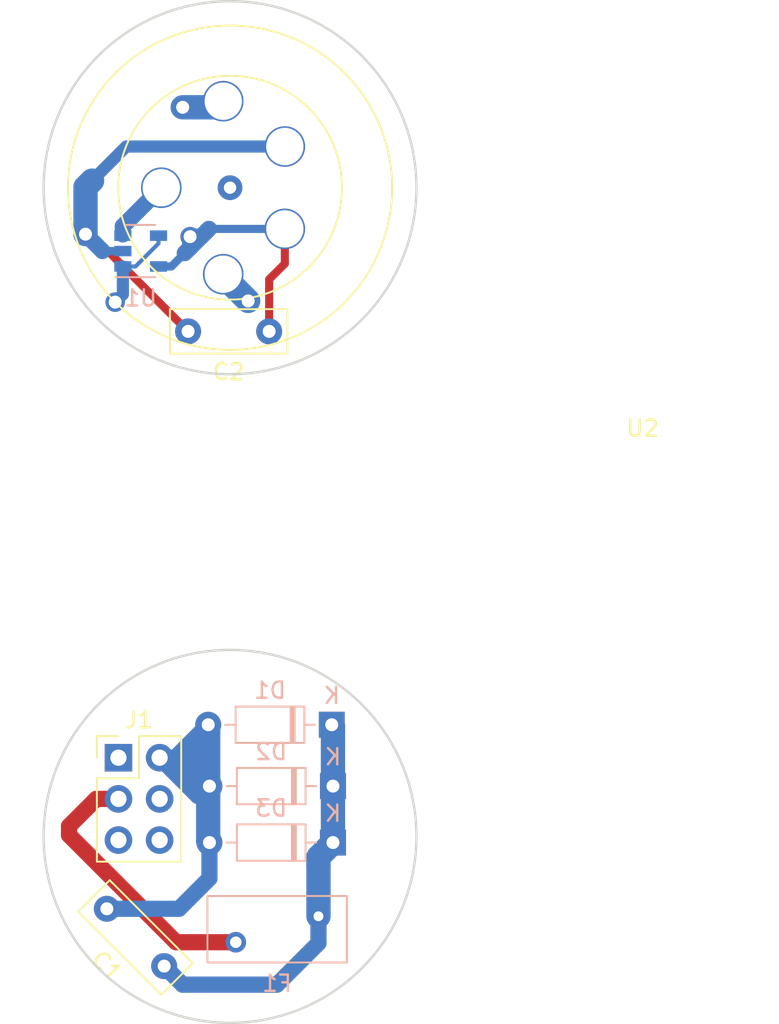
<source format=kicad_pcb>
(kicad_pcb (version 20171130) (host pcbnew "(5.1.10)-1")

  (general
    (thickness 1.6)
    (drawings 2)
    (tracks 69)
    (zones 0)
    (modules 9)
    (nets 8)
  )

  (page A4)
  (layers
    (0 F.Cu signal)
    (31 B.Cu signal)
    (32 B.Adhes user)
    (33 F.Adhes user)
    (34 B.Paste user)
    (35 F.Paste user)
    (36 B.SilkS user)
    (37 F.SilkS user)
    (38 B.Mask user)
    (39 F.Mask user)
    (40 Dwgs.User user)
    (41 Cmts.User user)
    (42 Eco1.User user)
    (43 Eco2.User user)
    (44 Edge.Cuts user)
    (45 Margin user)
    (46 B.CrtYd user)
    (47 F.CrtYd user)
    (48 B.Fab user)
    (49 F.Fab user)
  )

  (setup
    (last_trace_width 1.5)
    (user_trace_width 0.5)
    (user_trace_width 0.75)
    (user_trace_width 1)
    (user_trace_width 1.5)
    (trace_clearance 0.2)
    (zone_clearance 0.508)
    (zone_45_only no)
    (trace_min 0.2)
    (via_size 0.8)
    (via_drill 0.4)
    (via_min_size 0.4)
    (via_min_drill 0.3)
    (user_via 1.2 0.8)
    (uvia_size 0.3)
    (uvia_drill 0.1)
    (uvias_allowed no)
    (uvia_min_size 0.2)
    (uvia_min_drill 0.1)
    (edge_width 0.05)
    (segment_width 0.2)
    (pcb_text_width 0.3)
    (pcb_text_size 1.5 1.5)
    (mod_edge_width 0.12)
    (mod_text_size 1 1)
    (mod_text_width 0.15)
    (pad_size 2.5 2.5)
    (pad_drill 2.3)
    (pad_to_mask_clearance 0)
    (aux_axis_origin 0 0)
    (visible_elements 7FFFFFFF)
    (pcbplotparams
      (layerselection 0x010fc_ffffffff)
      (usegerberextensions false)
      (usegerberattributes true)
      (usegerberadvancedattributes true)
      (creategerberjobfile true)
      (excludeedgelayer true)
      (linewidth 0.100000)
      (plotframeref false)
      (viasonmask false)
      (mode 1)
      (useauxorigin false)
      (hpglpennumber 1)
      (hpglpenspeed 20)
      (hpglpendiameter 15.000000)
      (psnegative false)
      (psa4output false)
      (plotreference true)
      (plotvalue true)
      (plotinvisibletext false)
      (padsonsilk false)
      (subtractmaskfromsilk false)
      (outputformat 1)
      (mirror false)
      (drillshape 1)
      (scaleselection 1)
      (outputdirectory ""))
  )

  (net 0 "")
  (net 1 "Net-(C1-Pad1)")
  (net 2 "Net-(C1-Pad2)")
  (net 3 "Net-(U1-Pad3)")
  (net 4 "Net-(F1-Pad1)")
  (net 5 "Net-(J1-Pad1)")
  (net 6 "Net-(J1-Pad6)")
  (net 7 "Net-(J1-Pad5)")

  (net_class Default "This is the default net class."
    (clearance 0.2)
    (trace_width 0.25)
    (via_dia 0.8)
    (via_drill 0.4)
    (uvia_dia 0.3)
    (uvia_drill 0.1)
    (add_net "Net-(C1-Pad1)")
    (add_net "Net-(C1-Pad2)")
    (add_net "Net-(F1-Pad1)")
    (add_net "Net-(J1-Pad1)")
    (add_net "Net-(J1-Pad5)")
    (add_net "Net-(J1-Pad6)")
    (add_net "Net-(U1-Pad3)")
  )

  (module Diode_THT:D_DO-35_SOD27_P7.62mm_Horizontal (layer B.Cu) (tedit 5AE50CD5) (tstamp 60EEF588)
    (at 106.2736 93.1164 180)
    (descr "Diode, DO-35_SOD27 series, Axial, Horizontal, pin pitch=7.62mm, , length*diameter=4*2mm^2, , http://www.diodes.com/_files/packages/DO-35.pdf")
    (tags "Diode DO-35_SOD27 series Axial Horizontal pin pitch 7.62mm  length 4mm diameter 2mm")
    (path /60EEA7F2)
    (fp_text reference D1 (at 3.81 2.12) (layer B.SilkS)
      (effects (font (size 1 1) (thickness 0.15)) (justify mirror))
    )
    (fp_text value D_Zener_Small (at 3.81 -2.12) (layer B.Fab)
      (effects (font (size 1 1) (thickness 0.15)) (justify mirror))
    )
    (fp_line (start 1.81 1) (end 1.81 -1) (layer B.Fab) (width 0.1))
    (fp_line (start 1.81 -1) (end 5.81 -1) (layer B.Fab) (width 0.1))
    (fp_line (start 5.81 -1) (end 5.81 1) (layer B.Fab) (width 0.1))
    (fp_line (start 5.81 1) (end 1.81 1) (layer B.Fab) (width 0.1))
    (fp_line (start 0 0) (end 1.81 0) (layer B.Fab) (width 0.1))
    (fp_line (start 7.62 0) (end 5.81 0) (layer B.Fab) (width 0.1))
    (fp_line (start 2.41 1) (end 2.41 -1) (layer B.Fab) (width 0.1))
    (fp_line (start 2.51 1) (end 2.51 -1) (layer B.Fab) (width 0.1))
    (fp_line (start 2.31 1) (end 2.31 -1) (layer B.Fab) (width 0.1))
    (fp_line (start 1.69 1.12) (end 1.69 -1.12) (layer B.SilkS) (width 0.12))
    (fp_line (start 1.69 -1.12) (end 5.93 -1.12) (layer B.SilkS) (width 0.12))
    (fp_line (start 5.93 -1.12) (end 5.93 1.12) (layer B.SilkS) (width 0.12))
    (fp_line (start 5.93 1.12) (end 1.69 1.12) (layer B.SilkS) (width 0.12))
    (fp_line (start 1.04 0) (end 1.69 0) (layer B.SilkS) (width 0.12))
    (fp_line (start 6.58 0) (end 5.93 0) (layer B.SilkS) (width 0.12))
    (fp_line (start 2.41 1.12) (end 2.41 -1.12) (layer B.SilkS) (width 0.12))
    (fp_line (start 2.53 1.12) (end 2.53 -1.12) (layer B.SilkS) (width 0.12))
    (fp_line (start 2.29 1.12) (end 2.29 -1.12) (layer B.SilkS) (width 0.12))
    (fp_line (start -1.05 1.25) (end -1.05 -1.25) (layer B.CrtYd) (width 0.05))
    (fp_line (start -1.05 -1.25) (end 8.67 -1.25) (layer B.CrtYd) (width 0.05))
    (fp_line (start 8.67 -1.25) (end 8.67 1.25) (layer B.CrtYd) (width 0.05))
    (fp_line (start 8.67 1.25) (end -1.05 1.25) (layer B.CrtYd) (width 0.05))
    (fp_text user %R (at 4.11 0) (layer B.Fab)
      (effects (font (size 0.8 0.8) (thickness 0.12)) (justify mirror))
    )
    (fp_text user K (at 0 1.8) (layer B.Fab)
      (effects (font (size 1 1) (thickness 0.15)) (justify mirror))
    )
    (fp_text user K (at 0 1.8) (layer B.SilkS)
      (effects (font (size 1 1) (thickness 0.15)) (justify mirror))
    )
    (pad 1 thru_hole rect (at 0 0 180) (size 1.6 1.6) (drill 0.8) (layers *.Cu *.Mask)
      (net 1 "Net-(C1-Pad1)"))
    (pad 2 thru_hole oval (at 7.62 0 180) (size 1.6 1.6) (drill 0.8) (layers *.Cu *.Mask)
      (net 2 "Net-(C1-Pad2)"))
    (model ${KISYS3DMOD}/Diode_THT.3dshapes/D_DO-35_SOD27_P7.62mm_Horizontal.wrl
      (at (xyz 0 0 0))
      (scale (xyz 1 1 1))
      (rotate (xyz 0 0 0))
    )
  )

  (module Diode_THT:D_DO-35_SOD27_P7.62mm_Horizontal (layer B.Cu) (tedit 5AE50CD5) (tstamp 60EEF5A7)
    (at 106.3498 96.901 180)
    (descr "Diode, DO-35_SOD27 series, Axial, Horizontal, pin pitch=7.62mm, , length*diameter=4*2mm^2, , http://www.diodes.com/_files/packages/DO-35.pdf")
    (tags "Diode DO-35_SOD27 series Axial Horizontal pin pitch 7.62mm  length 4mm diameter 2mm")
    (path /60EEBBC1)
    (fp_text reference D2 (at 3.81 2.12) (layer B.SilkS)
      (effects (font (size 1 1) (thickness 0.15)) (justify mirror))
    )
    (fp_text value D_Zener_Small (at 3.81 -2.12) (layer B.Fab)
      (effects (font (size 1 1) (thickness 0.15)) (justify mirror))
    )
    (fp_line (start 8.67 1.25) (end -1.05 1.25) (layer B.CrtYd) (width 0.05))
    (fp_line (start 8.67 -1.25) (end 8.67 1.25) (layer B.CrtYd) (width 0.05))
    (fp_line (start -1.05 -1.25) (end 8.67 -1.25) (layer B.CrtYd) (width 0.05))
    (fp_line (start -1.05 1.25) (end -1.05 -1.25) (layer B.CrtYd) (width 0.05))
    (fp_line (start 2.29 1.12) (end 2.29 -1.12) (layer B.SilkS) (width 0.12))
    (fp_line (start 2.53 1.12) (end 2.53 -1.12) (layer B.SilkS) (width 0.12))
    (fp_line (start 2.41 1.12) (end 2.41 -1.12) (layer B.SilkS) (width 0.12))
    (fp_line (start 6.58 0) (end 5.93 0) (layer B.SilkS) (width 0.12))
    (fp_line (start 1.04 0) (end 1.69 0) (layer B.SilkS) (width 0.12))
    (fp_line (start 5.93 1.12) (end 1.69 1.12) (layer B.SilkS) (width 0.12))
    (fp_line (start 5.93 -1.12) (end 5.93 1.12) (layer B.SilkS) (width 0.12))
    (fp_line (start 1.69 -1.12) (end 5.93 -1.12) (layer B.SilkS) (width 0.12))
    (fp_line (start 1.69 1.12) (end 1.69 -1.12) (layer B.SilkS) (width 0.12))
    (fp_line (start 2.31 1) (end 2.31 -1) (layer B.Fab) (width 0.1))
    (fp_line (start 2.51 1) (end 2.51 -1) (layer B.Fab) (width 0.1))
    (fp_line (start 2.41 1) (end 2.41 -1) (layer B.Fab) (width 0.1))
    (fp_line (start 7.62 0) (end 5.81 0) (layer B.Fab) (width 0.1))
    (fp_line (start 0 0) (end 1.81 0) (layer B.Fab) (width 0.1))
    (fp_line (start 5.81 1) (end 1.81 1) (layer B.Fab) (width 0.1))
    (fp_line (start 5.81 -1) (end 5.81 1) (layer B.Fab) (width 0.1))
    (fp_line (start 1.81 -1) (end 5.81 -1) (layer B.Fab) (width 0.1))
    (fp_line (start 1.81 1) (end 1.81 -1) (layer B.Fab) (width 0.1))
    (fp_text user K (at 0 1.8) (layer B.SilkS)
      (effects (font (size 1 1) (thickness 0.15)) (justify mirror))
    )
    (fp_text user K (at 0 1.8) (layer B.Fab)
      (effects (font (size 1 1) (thickness 0.15)) (justify mirror))
    )
    (fp_text user %R (at 4.11 0) (layer B.Fab)
      (effects (font (size 0.8 0.8) (thickness 0.12)) (justify mirror))
    )
    (pad 2 thru_hole oval (at 7.62 0 180) (size 1.6 1.6) (drill 0.8) (layers *.Cu *.Mask)
      (net 2 "Net-(C1-Pad2)"))
    (pad 1 thru_hole rect (at 0 0 180) (size 1.6 1.6) (drill 0.8) (layers *.Cu *.Mask)
      (net 1 "Net-(C1-Pad1)"))
    (model ${KISYS3DMOD}/Diode_THT.3dshapes/D_DO-35_SOD27_P7.62mm_Horizontal.wrl
      (at (xyz 0 0 0))
      (scale (xyz 1 1 1))
      (rotate (xyz 0 0 0))
    )
  )

  (module Diode_THT:D_DO-35_SOD27_P7.62mm_Horizontal (layer B.Cu) (tedit 5AE50CD5) (tstamp 60EEF5C6)
    (at 106.3498 100.3808 180)
    (descr "Diode, DO-35_SOD27 series, Axial, Horizontal, pin pitch=7.62mm, , length*diameter=4*2mm^2, , http://www.diodes.com/_files/packages/DO-35.pdf")
    (tags "Diode DO-35_SOD27 series Axial Horizontal pin pitch 7.62mm  length 4mm diameter 2mm")
    (path /60EEBEA2)
    (fp_text reference D3 (at 3.81 2.12) (layer B.SilkS)
      (effects (font (size 1 1) (thickness 0.15)) (justify mirror))
    )
    (fp_text value D_Zener_Small (at 3.81 -2.12) (layer B.Fab)
      (effects (font (size 1 1) (thickness 0.15)) (justify mirror))
    )
    (fp_line (start 1.81 1) (end 1.81 -1) (layer B.Fab) (width 0.1))
    (fp_line (start 1.81 -1) (end 5.81 -1) (layer B.Fab) (width 0.1))
    (fp_line (start 5.81 -1) (end 5.81 1) (layer B.Fab) (width 0.1))
    (fp_line (start 5.81 1) (end 1.81 1) (layer B.Fab) (width 0.1))
    (fp_line (start 0 0) (end 1.81 0) (layer B.Fab) (width 0.1))
    (fp_line (start 7.62 0) (end 5.81 0) (layer B.Fab) (width 0.1))
    (fp_line (start 2.41 1) (end 2.41 -1) (layer B.Fab) (width 0.1))
    (fp_line (start 2.51 1) (end 2.51 -1) (layer B.Fab) (width 0.1))
    (fp_line (start 2.31 1) (end 2.31 -1) (layer B.Fab) (width 0.1))
    (fp_line (start 1.69 1.12) (end 1.69 -1.12) (layer B.SilkS) (width 0.12))
    (fp_line (start 1.69 -1.12) (end 5.93 -1.12) (layer B.SilkS) (width 0.12))
    (fp_line (start 5.93 -1.12) (end 5.93 1.12) (layer B.SilkS) (width 0.12))
    (fp_line (start 5.93 1.12) (end 1.69 1.12) (layer B.SilkS) (width 0.12))
    (fp_line (start 1.04 0) (end 1.69 0) (layer B.SilkS) (width 0.12))
    (fp_line (start 6.58 0) (end 5.93 0) (layer B.SilkS) (width 0.12))
    (fp_line (start 2.41 1.12) (end 2.41 -1.12) (layer B.SilkS) (width 0.12))
    (fp_line (start 2.53 1.12) (end 2.53 -1.12) (layer B.SilkS) (width 0.12))
    (fp_line (start 2.29 1.12) (end 2.29 -1.12) (layer B.SilkS) (width 0.12))
    (fp_line (start -1.05 1.25) (end -1.05 -1.25) (layer B.CrtYd) (width 0.05))
    (fp_line (start -1.05 -1.25) (end 8.67 -1.25) (layer B.CrtYd) (width 0.05))
    (fp_line (start 8.67 -1.25) (end 8.67 1.25) (layer B.CrtYd) (width 0.05))
    (fp_line (start 8.67 1.25) (end -1.05 1.25) (layer B.CrtYd) (width 0.05))
    (fp_text user %R (at 4.11 0) (layer B.Fab)
      (effects (font (size 0.8 0.8) (thickness 0.12)) (justify mirror))
    )
    (fp_text user K (at 0 1.8) (layer B.Fab)
      (effects (font (size 1 1) (thickness 0.15)) (justify mirror))
    )
    (fp_text user K (at 0 1.8) (layer B.SilkS)
      (effects (font (size 1 1) (thickness 0.15)) (justify mirror))
    )
    (pad 1 thru_hole rect (at 0 0 180) (size 1.6 1.6) (drill 0.8) (layers *.Cu *.Mask)
      (net 1 "Net-(C1-Pad1)"))
    (pad 2 thru_hole oval (at 7.62 0 180) (size 1.6 1.6) (drill 0.8) (layers *.Cu *.Mask)
      (net 2 "Net-(C1-Pad2)"))
    (model ${KISYS3DMOD}/Diode_THT.3dshapes/D_DO-35_SOD27_P7.62mm_Horizontal.wrl
      (at (xyz 0 0 0))
      (scale (xyz 1 1 1))
      (rotate (xyz 0 0 0))
    )
  )

  (module Package_TO_SOT_SMD:SOT-23-5 (layer B.Cu) (tedit 5A02FF57) (tstamp 60EEF5DB)
    (at 94.488 63.9064)
    (descr "5-pin SOT23 package")
    (tags SOT-23-5)
    (path /60EEEAF7)
    (attr smd)
    (fp_text reference U1 (at 0 2.9 180) (layer B.SilkS)
      (effects (font (size 1 1) (thickness 0.15)) (justify mirror))
    )
    (fp_text value OP179GRT (at 0 -2.9 180) (layer B.Fab)
      (effects (font (size 1 1) (thickness 0.15)) (justify mirror))
    )
    (fp_line (start -0.9 -1.61) (end 0.9 -1.61) (layer B.SilkS) (width 0.12))
    (fp_line (start 0.9 1.61) (end -1.55 1.61) (layer B.SilkS) (width 0.12))
    (fp_line (start -1.9 1.8) (end 1.9 1.8) (layer B.CrtYd) (width 0.05))
    (fp_line (start 1.9 1.8) (end 1.9 -1.8) (layer B.CrtYd) (width 0.05))
    (fp_line (start 1.9 -1.8) (end -1.9 -1.8) (layer B.CrtYd) (width 0.05))
    (fp_line (start -1.9 -1.8) (end -1.9 1.8) (layer B.CrtYd) (width 0.05))
    (fp_line (start -0.9 0.9) (end -0.25 1.55) (layer B.Fab) (width 0.1))
    (fp_line (start 0.9 1.55) (end -0.25 1.55) (layer B.Fab) (width 0.1))
    (fp_line (start -0.9 0.9) (end -0.9 -1.55) (layer B.Fab) (width 0.1))
    (fp_line (start 0.9 -1.55) (end -0.9 -1.55) (layer B.Fab) (width 0.1))
    (fp_line (start 0.9 1.55) (end 0.9 -1.55) (layer B.Fab) (width 0.1))
    (fp_text user %R (at 0.1016 0.0254 270) (layer F.Fab)
      (effects (font (size 0.5 0.5) (thickness 0.075)))
    )
    (pad 1 smd rect (at -1.1 0.95) (size 1.06 0.65) (layers B.Cu B.Paste B.Mask)
      (net 5 "Net-(J1-Pad1)"))
    (pad 2 smd rect (at -1.1 0) (size 1.06 0.65) (layers B.Cu B.Paste B.Mask)
      (net 1 "Net-(C1-Pad1)"))
    (pad 3 smd rect (at -1.1 -0.95) (size 1.06 0.65) (layers B.Cu B.Paste B.Mask)
      (net 3 "Net-(U1-Pad3)"))
    (pad 4 smd rect (at 1.1 -0.95) (size 1.06 0.65) (layers B.Cu B.Paste B.Mask)
      (net 5 "Net-(J1-Pad1)"))
    (pad 5 smd rect (at 1.1 0.95) (size 1.06 0.65) (layers B.Cu B.Paste B.Mask)
      (net 2 "Net-(C1-Pad2)"))
    (model ${KISYS3DMOD}/Package_TO_SOT_SMD.3dshapes/SOT-23-5.wrl
      (at (xyz 0 0 0))
      (scale (xyz 1 1 1))
      (rotate (xyz 0 0 0))
    )
  )

  (module beia:ch4_sgx (layer F.Cu) (tedit 60EE9CE7) (tstamp 60EF0047)
    (at 100 60)
    (path /60EE9116)
    (fp_text reference U2 (at 25.4508 14.8336) (layer F.SilkS)
      (effects (font (size 1 1) (thickness 0.15)))
    )
    (fp_text value SGX-INIR-CH4-sensor (at 24.9936 18.3388) (layer F.Fab)
      (effects (font (size 1 1) (thickness 0.15)))
    )
    (fp_circle (center 0 0) (end 6.9 0) (layer F.SilkS) (width 0.12))
    (fp_circle (center 0 0) (end 10 0) (layer F.SilkS) (width 0.12))
    (pad 2 thru_hole circle (at 3.38 -2.54) (size 2.5 2.5) (drill 2.3) (layers *.Cu *.Mask)
      (net 1 "Net-(C1-Pad1)"))
    (pad 4 thru_hole circle (at -0.42 5.335) (size 2.5 2.5) (drill 2.3) (layers *.Cu *.Mask)
      (net 6 "Net-(J1-Pad6)"))
    (pad 3 thru_hole circle (at 3.38 2.54) (size 2.5 2.5) (drill 2.3) (layers *.Cu *.Mask)
      (net 2 "Net-(C1-Pad2)"))
    (pad 5 thru_hole circle (at -4.24 0) (size 2.5 2.5) (drill 2.3) (layers *.Cu *.Mask)
      (net 3 "Net-(U1-Pad3)"))
    (pad P1 thru_hole circle (at 0 0) (size 1.524 1.524) (drill 0.762) (layers *.Cu *.Mask))
    (pad 1 thru_hole circle (at -0.42 -5.335) (size 2.5 2.5) (drill 2.3) (layers *.Cu *.Mask)
      (net 7 "Net-(J1-Pad5)"))
  )

  (module Fuse:Fuse_BelFuse_0ZRE0012FF_L8.3mm_W3.8mm (layer B.Cu) (tedit 60EE98BA) (tstamp 60EF0783)
    (at 100.3554 106.5276)
    (descr "Fuse 0ZRE0012FF, BelFuse, Radial Leaded PTC,https://www.belfuse.com/resources/datasheets/circuitprotection/ds-cp-0zre-series.pdf")
    (tags "0ZRE BelFuse radial PTC")
    (path /60EEA240)
    (fp_text reference F1 (at 2.54 2.54) (layer B.SilkS)
      (effects (font (size 1 1) (thickness 0.15)) (justify mirror))
    )
    (fp_text value Fuse (at 2.6 -5.4) (layer B.Fab)
      (effects (font (size 1 1) (thickness 0.15)) (justify mirror))
    )
    (fp_line (start -1.75 -2.85) (end 6.85 -2.85) (layer B.SilkS) (width 0.12))
    (fp_line (start 6.85 1.25) (end 6.85 -2.85) (layer B.SilkS) (width 0.12))
    (fp_line (start -1.75 1.25) (end -1.75 -2.85) (layer B.SilkS) (width 0.12))
    (fp_line (start -1.75 1.25) (end 6.85 1.25) (layer B.SilkS) (width 0.12))
    (fp_line (start -1.85 -2.95) (end 6.95 -2.95) (layer B.CrtYd) (width 0.05))
    (fp_line (start 6.95 1.35) (end 6.95 -2.95) (layer B.CrtYd) (width 0.05))
    (fp_line (start -1.85 1.35) (end -1.85 -2.95) (layer B.CrtYd) (width 0.05))
    (fp_line (start -1.85 1.35) (end 6.95 1.35) (layer B.CrtYd) (width 0.05))
    (fp_line (start -1.6 1.1) (end 6.7 1.1) (layer B.Fab) (width 0.1))
    (fp_line (start -1.6 -2.7) (end 6.7 -2.7) (layer B.Fab) (width 0.1))
    (fp_line (start -1.6 1.1) (end -1.6 -2.7) (layer B.Fab) (width 0.1))
    (fp_line (start 6.7 1.1) (end 6.7 -2.7) (layer B.Fab) (width 0.1))
    (fp_text user %R (at 3.81 0) (layer B.Fab)
      (effects (font (size 1 1) (thickness 0.15)) (justify mirror))
    )
    (pad 2 thru_hole circle (at 5.1 -1.6) (size 1.27 1.27) (drill 0.61) (layers *.Cu *.Mask)
      (net 1 "Net-(C1-Pad1)"))
    (pad 1 thru_hole circle (at 0 0) (size 1.27 1.27) (drill 0.71) (layers *.Cu *.Mask)
      (net 4 "Net-(F1-Pad1)"))
    (model ${KISYS3DMOD}/Fuse.3dshapes/Fuse_BelFuse_0ZRE_0ZRE0012FF_L8.3mm_W3.8mm.wrl
      (at (xyz 0 0 0))
      (scale (xyz 1 1 1))
      (rotate (xyz 0 0 0))
    )
  )

  (module Capacitor_THT:C_Disc_D7.0mm_W2.5mm_P5.00mm (layer F.Cu) (tedit 5AE50EF0) (tstamp 60F570B9)
    (at 95.9358 108.0008 135)
    (descr "C, Disc series, Radial, pin pitch=5.00mm, , diameter*width=7*2.5mm^2, Capacitor, http://cdn-reichelt.de/documents/datenblatt/B300/DS_KERKO_TC.pdf")
    (tags "C Disc series Radial pin pitch 5.00mm  diameter 7mm width 2.5mm Capacitor")
    (path /60F51983)
    (fp_text reference C1 (at 2.5 -2.5 135) (layer F.SilkS)
      (effects (font (size 1 1) (thickness 0.15)))
    )
    (fp_text value 10n (at 2.5 2.5 135) (layer F.Fab)
      (effects (font (size 1 1) (thickness 0.15)))
    )
    (fp_line (start 6.25 -1.5) (end -1.25 -1.5) (layer F.CrtYd) (width 0.05))
    (fp_line (start 6.25 1.5) (end 6.25 -1.5) (layer F.CrtYd) (width 0.05))
    (fp_line (start -1.25 1.5) (end 6.25 1.5) (layer F.CrtYd) (width 0.05))
    (fp_line (start -1.25 -1.5) (end -1.25 1.5) (layer F.CrtYd) (width 0.05))
    (fp_line (start 6.12 -1.37) (end 6.12 1.37) (layer F.SilkS) (width 0.12))
    (fp_line (start -1.12 -1.37) (end -1.12 1.37) (layer F.SilkS) (width 0.12))
    (fp_line (start -1.12 1.37) (end 6.12 1.37) (layer F.SilkS) (width 0.12))
    (fp_line (start -1.12 -1.37) (end 6.12 -1.37) (layer F.SilkS) (width 0.12))
    (fp_line (start 6 -1.25) (end -1 -1.25) (layer F.Fab) (width 0.1))
    (fp_line (start 6 1.25) (end 6 -1.25) (layer F.Fab) (width 0.1))
    (fp_line (start -1 1.25) (end 6 1.25) (layer F.Fab) (width 0.1))
    (fp_line (start -1 -1.25) (end -1 1.25) (layer F.Fab) (width 0.1))
    (fp_text user %R (at 2.5 0 135) (layer F.Fab)
      (effects (font (size 1 1) (thickness 0.15)))
    )
    (pad 1 thru_hole circle (at 0 0 135) (size 1.6 1.6) (drill 0.8) (layers *.Cu *.Mask)
      (net 1 "Net-(C1-Pad1)"))
    (pad 2 thru_hole circle (at 5 0 135) (size 1.6 1.6) (drill 0.8) (layers *.Cu *.Mask)
      (net 2 "Net-(C1-Pad2)"))
    (model ${KISYS3DMOD}/Capacitor_THT.3dshapes/C_Disc_D7.0mm_W2.5mm_P5.00mm.wrl
      (at (xyz 0 0 0))
      (scale (xyz 1 1 1))
      (rotate (xyz 0 0 0))
    )
  )

  (module Capacitor_THT:C_Disc_D7.0mm_W2.5mm_P5.00mm (layer F.Cu) (tedit 5AE50EF0) (tstamp 60F56F61)
    (at 102.4128 68.8594 180)
    (descr "C, Disc series, Radial, pin pitch=5.00mm, , diameter*width=7*2.5mm^2, Capacitor, http://cdn-reichelt.de/documents/datenblatt/B300/DS_KERKO_TC.pdf")
    (tags "C Disc series Radial pin pitch 5.00mm  diameter 7mm width 2.5mm Capacitor")
    (path /60EF4511)
    (fp_text reference C2 (at 2.5 -2.5) (layer F.SilkS)
      (effects (font (size 1 1) (thickness 0.15)))
    )
    (fp_text value 10n (at 2.5 2.5) (layer F.Fab)
      (effects (font (size 1 1) (thickness 0.15)))
    )
    (fp_line (start 6.25 -1.5) (end -1.25 -1.5) (layer F.CrtYd) (width 0.05))
    (fp_line (start 6.25 1.5) (end 6.25 -1.5) (layer F.CrtYd) (width 0.05))
    (fp_line (start -1.25 1.5) (end 6.25 1.5) (layer F.CrtYd) (width 0.05))
    (fp_line (start -1.25 -1.5) (end -1.25 1.5) (layer F.CrtYd) (width 0.05))
    (fp_line (start 6.12 -1.37) (end 6.12 1.37) (layer F.SilkS) (width 0.12))
    (fp_line (start -1.12 -1.37) (end -1.12 1.37) (layer F.SilkS) (width 0.12))
    (fp_line (start -1.12 1.37) (end 6.12 1.37) (layer F.SilkS) (width 0.12))
    (fp_line (start -1.12 -1.37) (end 6.12 -1.37) (layer F.SilkS) (width 0.12))
    (fp_line (start 6 -1.25) (end -1 -1.25) (layer F.Fab) (width 0.1))
    (fp_line (start 6 1.25) (end 6 -1.25) (layer F.Fab) (width 0.1))
    (fp_line (start -1 1.25) (end 6 1.25) (layer F.Fab) (width 0.1))
    (fp_line (start -1 -1.25) (end -1 1.25) (layer F.Fab) (width 0.1))
    (fp_text user %R (at 2.5 0) (layer F.Fab)
      (effects (font (size 1 1) (thickness 0.15)))
    )
    (pad 1 thru_hole circle (at 0 0 180) (size 1.6 1.6) (drill 0.8) (layers *.Cu *.Mask)
      (net 2 "Net-(C1-Pad2)"))
    (pad 2 thru_hole circle (at 5 0 180) (size 1.6 1.6) (drill 0.8) (layers *.Cu *.Mask)
      (net 1 "Net-(C1-Pad1)"))
    (model ${KISYS3DMOD}/Capacitor_THT.3dshapes/C_Disc_D7.0mm_W2.5mm_P5.00mm.wrl
      (at (xyz 0 0 0))
      (scale (xyz 1 1 1))
      (rotate (xyz 0 0 0))
    )
  )

  (module Connector_PinHeader_2.54mm:PinHeader_2x03_P2.54mm_Vertical (layer F.Cu) (tedit 59FED5CC) (tstamp 60F6980C)
    (at 93.1164 95.1484)
    (descr "Through hole straight pin header, 2x03, 2.54mm pitch, double rows")
    (tags "Through hole pin header THT 2x03 2.54mm double row")
    (path /60F701C7)
    (fp_text reference J1 (at 1.27 -2.33) (layer F.SilkS)
      (effects (font (size 1 1) (thickness 0.15)))
    )
    (fp_text value Conn_02x03_Odd_Even (at 1.27 7.41) (layer F.Fab)
      (effects (font (size 1 1) (thickness 0.15)))
    )
    (fp_line (start 4.35 -1.8) (end -1.8 -1.8) (layer F.CrtYd) (width 0.05))
    (fp_line (start 4.35 6.85) (end 4.35 -1.8) (layer F.CrtYd) (width 0.05))
    (fp_line (start -1.8 6.85) (end 4.35 6.85) (layer F.CrtYd) (width 0.05))
    (fp_line (start -1.8 -1.8) (end -1.8 6.85) (layer F.CrtYd) (width 0.05))
    (fp_line (start -1.33 -1.33) (end 0 -1.33) (layer F.SilkS) (width 0.12))
    (fp_line (start -1.33 0) (end -1.33 -1.33) (layer F.SilkS) (width 0.12))
    (fp_line (start 1.27 -1.33) (end 3.87 -1.33) (layer F.SilkS) (width 0.12))
    (fp_line (start 1.27 1.27) (end 1.27 -1.33) (layer F.SilkS) (width 0.12))
    (fp_line (start -1.33 1.27) (end 1.27 1.27) (layer F.SilkS) (width 0.12))
    (fp_line (start 3.87 -1.33) (end 3.87 6.41) (layer F.SilkS) (width 0.12))
    (fp_line (start -1.33 1.27) (end -1.33 6.41) (layer F.SilkS) (width 0.12))
    (fp_line (start -1.33 6.41) (end 3.87 6.41) (layer F.SilkS) (width 0.12))
    (fp_line (start -1.27 0) (end 0 -1.27) (layer F.Fab) (width 0.1))
    (fp_line (start -1.27 6.35) (end -1.27 0) (layer F.Fab) (width 0.1))
    (fp_line (start 3.81 6.35) (end -1.27 6.35) (layer F.Fab) (width 0.1))
    (fp_line (start 3.81 -1.27) (end 3.81 6.35) (layer F.Fab) (width 0.1))
    (fp_line (start 0 -1.27) (end 3.81 -1.27) (layer F.Fab) (width 0.1))
    (fp_text user %R (at 1.27 2.54 90) (layer F.Fab)
      (effects (font (size 1 1) (thickness 0.15)))
    )
    (pad 1 thru_hole rect (at 0 0) (size 1.7 1.7) (drill 1) (layers *.Cu *.Mask)
      (net 5 "Net-(J1-Pad1)"))
    (pad 2 thru_hole oval (at 2.54 0) (size 1.7 1.7) (drill 1) (layers *.Cu *.Mask)
      (net 2 "Net-(C1-Pad2)"))
    (pad 3 thru_hole oval (at 0 2.54) (size 1.7 1.7) (drill 1) (layers *.Cu *.Mask)
      (net 4 "Net-(F1-Pad1)"))
    (pad 4 thru_hole oval (at 2.54 2.54) (size 1.7 1.7) (drill 1) (layers *.Cu *.Mask)
      (net 5 "Net-(J1-Pad1)"))
    (pad 5 thru_hole oval (at 0 5.08) (size 1.7 1.7) (drill 1) (layers *.Cu *.Mask)
      (net 7 "Net-(J1-Pad5)"))
    (pad 6 thru_hole oval (at 2.54 5.08) (size 1.7 1.7) (drill 1) (layers *.Cu *.Mask)
      (net 6 "Net-(J1-Pad6)"))
    (model ${KISYS3DMOD}/Connector_PinHeader_2.54mm.3dshapes/PinHeader_2x03_P2.54mm_Vertical.wrl
      (at (xyz 0 0 0))
      (scale (xyz 1 1 1))
      (rotate (xyz 0 0 0))
    )
  )

  (gr_circle (center 100 60) (end 111.5 60) (layer Edge.Cuts) (width 0.15) (tstamp 60EEFD2C))
  (gr_circle (center 100 100) (end 111.5 100) (layer Edge.Cuts) (width 0.15))

  (via (at 101.1174 66.9798) (size 1.2) (drill 0.8) (layers F.Cu B.Cu) (net 6) (tstamp 60F69976))
  (via (at 97.0788 55.0418) (size 1.2) (drill 0.8) (layers F.Cu B.Cu) (net 7) (tstamp 60F69976))
  (via (at 92.9132 67.056) (size 1.2) (drill 0.8) (layers F.Cu B.Cu) (net 5) (tstamp 60F6997A))
  (via (at 91.0844 62.865) (size 1.2) (drill 0.8) (layers F.Cu B.Cu) (net 1))
  (segment (start 106.3498 93.1926) (end 106.2736 93.1164) (width 1.5) (layer B.Cu) (net 1))
  (segment (start 106.3498 100.3808) (end 106.3498 93.1926) (width 1.5) (layer B.Cu) (net 1))
  (segment (start 93.5938 57.46) (end 103.38 57.46) (width 0.75) (layer B.Cu) (net 1))
  (segment (start 91.4908 59.563) (end 93.5938 57.46) (width 0.75) (layer B.Cu) (net 1))
  (segment (start 91.4908 63.2714) (end 91.4908 59.563) (width 0.5) (layer B.Cu) (net 1))
  (segment (start 92.1258 63.9064) (end 91.4908 63.2714) (width 0.5) (layer B.Cu) (net 1))
  (segment (start 93.388 63.9064) (end 92.1258 63.9064) (width 0.5) (layer B.Cu) (net 1))
  (segment (start 91.0844 59.9694) (end 91.4908 59.563) (width 1.5) (layer B.Cu) (net 1))
  (segment (start 91.0844 62.865) (end 91.0844 59.9694) (width 1.5) (layer B.Cu) (net 1))
  (segment (start 91.0844 62.865) (end 92.1258 63.9064) (width 1) (layer B.Cu) (net 1))
  (segment (start 105.4554 101.2752) (end 106.3498 100.3808) (width 1.5) (layer B.Cu) (net 1))
  (segment (start 105.4554 104.9276) (end 105.4554 101.2752) (width 1.5) (layer B.Cu) (net 1))
  (segment (start 105.4554 101.7978) (end 105.4554 101.2752) (width 1.5) (layer B.Cu) (net 1))
  (segment (start 91.4184 62.865) (end 91.0844 62.865) (width 0.5) (layer F.Cu) (net 1))
  (segment (start 97.4128 68.8594) (end 91.4184 62.865) (width 0.5) (layer F.Cu) (net 1))
  (segment (start 105.4554 106.5838) (end 105.4554 104.9276) (width 1) (layer B.Cu) (net 1))
  (segment (start 102.8954 109.1438) (end 105.4554 106.5838) (width 1) (layer B.Cu) (net 1))
  (segment (start 97.0788 109.1438) (end 102.8954 109.1438) (width 1) (layer B.Cu) (net 1))
  (segment (start 95.9358 108.0008) (end 97.0788 109.1438) (width 1) (layer B.Cu) (net 1))
  (via (at 97.536 63.0174) (size 1.2) (drill 0.8) (layers F.Cu B.Cu) (net 2) (tstamp 60EF1237))
  (segment (start 98.6536 100.3046) (end 98.7298 100.3808) (width 1.5) (layer B.Cu) (net 2))
  (segment (start 98.6536 93.1164) (end 98.6536 100.3046) (width 1.5) (layer B.Cu) (net 2))
  (segment (start 96.3828 64.8564) (end 95.588 64.8564) (width 0.5) (layer B.Cu) (net 2))
  (segment (start 103.38 62.54) (end 98.6992 62.54) (width 0.5) (layer B.Cu) (net 2))
  (segment (start 98.2218 63.0174) (end 98.6992 62.54) (width 1) (layer B.Cu) (net 2))
  (segment (start 97.536 63.0174) (end 98.2218 63.0174) (width 1) (layer B.Cu) (net 2))
  (segment (start 97.536 63.7032) (end 97.2058 64.0334) (width 1) (layer B.Cu) (net 2))
  (segment (start 97.536 63.0174) (end 97.536 63.7032) (width 1) (layer B.Cu) (net 2))
  (segment (start 97.2058 64.0334) (end 96.3828 64.8564) (width 0.5) (layer B.Cu) (net 2))
  (segment (start 98.6992 62.54) (end 97.2058 64.0334) (width 0.5) (layer B.Cu) (net 2))
  (segment (start 97.536 63.7032) (end 98.6992 62.54) (width 1) (layer B.Cu) (net 2))
  (segment (start 103.38 64.684598) (end 103.38 62.54) (width 0.5) (layer F.Cu) (net 2))
  (segment (start 102.4128 65.651798) (end 103.38 64.684598) (width 0.5) (layer F.Cu) (net 2))
  (segment (start 102.4128 68.8594) (end 102.4128 65.651798) (width 0.5) (layer F.Cu) (net 2))
  (segment (start 98.7298 102.5906) (end 98.7298 100.3808) (width 1) (layer B.Cu) (net 2))
  (segment (start 96.855134 104.465266) (end 98.7298 102.5906) (width 1) (layer B.Cu) (net 2))
  (segment (start 92.400266 104.465266) (end 96.855134 104.465266) (width 1) (layer B.Cu) (net 2))
  (segment (start 98.1202 97.5106) (end 98.7298 96.901) (width 1) (layer B.Cu) (net 2))
  (segment (start 96.6216 95.1484) (end 98.6536 93.1164) (width 1) (layer B.Cu) (net 2))
  (segment (start 95.6564 95.1484) (end 96.6216 95.1484) (width 1) (layer B.Cu) (net 2))
  (segment (start 95.6564 95.1484) (end 96.9772 95.1484) (width 1) (layer B.Cu) (net 2))
  (segment (start 98.6536 93.1164) (end 98.6536 94.3864) (width 1) (layer B.Cu) (net 2))
  (segment (start 97.4598 95.5802) (end 97.409 95.5802) (width 1) (layer B.Cu) (net 2))
  (segment (start 98.6536 94.3864) (end 97.4598 95.5802) (width 1) (layer B.Cu) (net 2))
  (segment (start 97.409 95.5802) (end 98.7298 96.901) (width 1) (layer B.Cu) (net 2))
  (segment (start 96.9772 95.1484) (end 97.409 95.5802) (width 1) (layer B.Cu) (net 2))
  (segment (start 98.0186 97.5106) (end 95.6564 95.1484) (width 1) (layer B.Cu) (net 2))
  (segment (start 98.1202 97.5106) (end 98.0186 97.5106) (width 1) (layer B.Cu) (net 2))
  (segment (start 95.588 63.4364) (end 95.588 62.9564) (width 0.25) (layer B.Cu) (net 5))
  (segment (start 94.168 64.8564) (end 95.588 63.4364) (width 0.25) (layer B.Cu) (net 5))
  (segment (start 93.388 64.8564) (end 94.168 64.8564) (width 0.25) (layer B.Cu) (net 5))
  (segment (start 95.4962 60.2638) (end 95.76 60) (width 0.5) (layer B.Cu) (net 3))
  (segment (start 93.388 62.372) (end 93.388 62.881399) (width 1) (layer B.Cu) (net 3))
  (segment (start 95.76 60) (end 93.388 62.372) (width 1) (layer B.Cu) (net 3))
  (segment (start 96.6724 106.5276) (end 100.3554 106.5276) (width 1) (layer F.Cu) (net 4))
  (segment (start 90.0684 99.9236) (end 96.6724 106.5276) (width 1) (layer F.Cu) (net 4))
  (segment (start 90.0684 99.3648) (end 90.0684 99.9236) (width 1) (layer F.Cu) (net 4))
  (segment (start 91.7448 97.6884) (end 90.0684 99.3648) (width 1) (layer F.Cu) (net 4))
  (segment (start 93.1164 97.6884) (end 91.7448 97.6884) (width 1) (layer F.Cu) (net 4))
  (segment (start 93.388 66.5812) (end 92.9132 67.056) (width 0.75) (layer B.Cu) (net 5))
  (segment (start 93.388 64.8564) (end 93.388 66.5812) (width 0.75) (layer B.Cu) (net 5))
  (segment (start 99.58 65.4424) (end 101.1174 66.9798) (width 1.5) (layer B.Cu) (net 6))
  (segment (start 99.58 65.335) (end 99.58 65.4424) (width 1.5) (layer B.Cu) (net 6))
  (segment (start 99.2032 55.0418) (end 99.58 54.665) (width 1.5) (layer B.Cu) (net 7))
  (segment (start 97.0788 55.0418) (end 99.2032 55.0418) (width 1.5) (layer B.Cu) (net 7))

)

</source>
